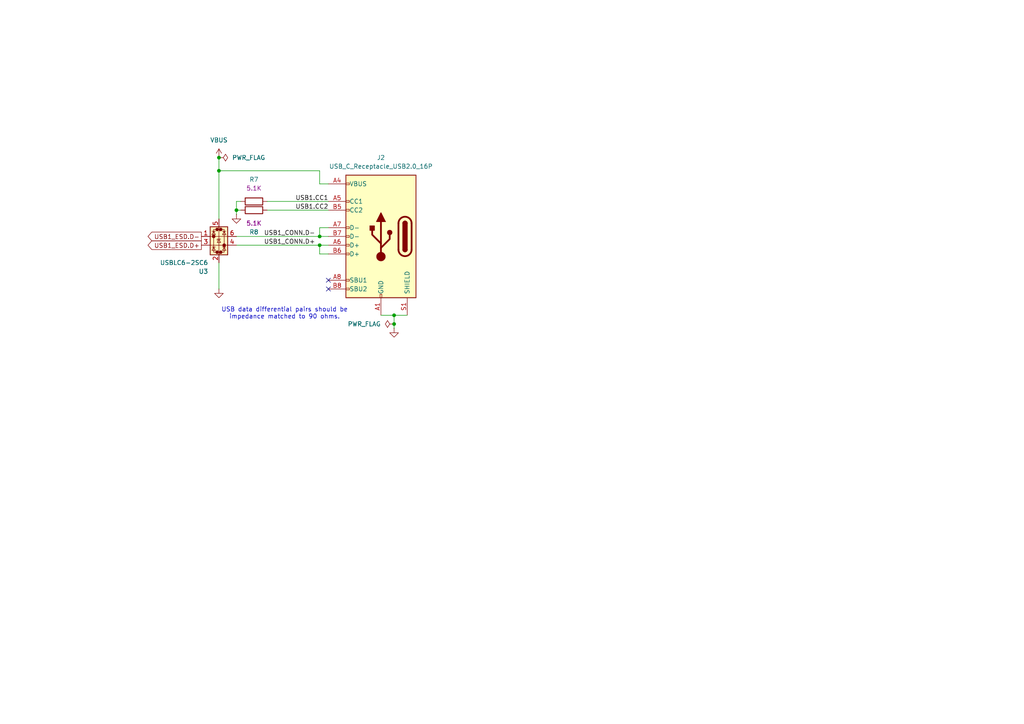
<source format=kicad_sch>
(kicad_sch (version 20250114) (generator "eeschema") (generator_version "9.0")
  (paper "A4")
  (lib_symbols
    (symbol "Lichen:5k1_0603" (pin_numbers (hide yes)) (pin_names (offset 0))
      (property "Reference" "R3" (at 3.81 -1.016 0))
      (property "Display" "5.1K" (at 3.81 1.016 0))
      (symbol "5k1_0603_0_1"
        (rectangle (start -1.016 -2.54) (end 1.016 2.54) (stroke (width 0.254)))
      )
      (symbol "5k1_0603_1_1"
        (pin passive line (at 0 3.81 270) (length 1.27) (name "~") (number "1"))
        (pin passive line (at 0 -3.81 90) (length 1.27) (name "~") (number "2"))
      )
    )
    (symbol "Lichen:USB_C_Receptacle_USB2.0_16P_HRO_TYPE-C-31-M-12" (pin_names (offset 1.016))
      (property "Reference" "J2" (at 0 22.86 0))
      (property "Value" "USB_C_Receptacle_USB2.0_16P_HRO_TYPE-C-31-M-12" (at 0 20.32 0))
      (symbol "USB_C_Receptacle_USB2.0_16P_HRO_TYPE-C-31-M-12_0_0"
        (rectangle (start -0.254 -17.78) (end 0.254 -16.764))
        (rectangle (start 10.16 15.494) (end 9.144 14.986))
        (rectangle (start 10.16 10.414) (end 9.144 9.906))
        (rectangle (start 10.16 7.874) (end 9.144 7.366))
        (rectangle (start 10.16 2.794) (end 9.144 2.286))
        (rectangle (start 10.16 0.254) (end 9.144 -0.254))
        (rectangle (start 10.16 -2.286) (end 9.144 -2.794))
        (rectangle (start 10.16 -4.826) (end 9.144 -5.334))
        (rectangle (start 10.16 -12.446) (end 9.144 -12.954))
        (rectangle (start 10.16 -14.986) (end 9.144 -15.494))
      )
      (symbol "USB_C_Receptacle_USB2.0_16P_HRO_TYPE-C-31-M-12_0_1"
        (rectangle (start -10.16 17.78) (end 10.16 -17.78) (stroke (width 0.254)) (fill (type background)))
        (polyline (pts (xy -8.89 -3.81) (xy -8.89 3.81)) (stroke (width 0.508)))
        (rectangle (start -7.62 -3.81) (end -6.35 3.81) (stroke (width 0.254)) (fill (type outline)))
        (arc (start -7.62 3.81) (mid -6.985 4.4423) (end -6.35 3.81) (stroke (width 0.254)))
        (arc (start -7.62 3.81) (mid -6.985 4.4423) (end -6.35 3.81) (stroke (width 0.254)) (fill (type outline)))
        (arc (start -8.89 3.81) (mid -6.985 5.7067) (end -5.08 3.81) (stroke (width 0.508)))
        (arc (start -5.08 -3.81) (mid -6.985 -5.7067) (end -8.89 -3.81) (stroke (width 0.508)))
        (arc (start -6.35 -3.81) (mid -6.985 -4.4423) (end -7.62 -3.81) (stroke (width 0.254)))
        (arc (start -6.35 -3.81) (mid -6.985 -4.4423) (end -7.62 -3.81) (stroke (width 0.254)) (fill (type outline)))
        (polyline (pts (xy -5.08 3.81) (xy -5.08 -3.81)) (stroke (width 0.508)))
        (circle (center -2.54 1.143) (radius 0.635) (stroke (width 0.254)) (fill (type outline)))
        (polyline (pts (xy -1.27 4.318) (xy 0 6.858) (xy 1.27 4.318) (xy -1.27 4.318)) (stroke (width 0.254)) (fill (type outline)))
        (polyline (pts (xy 0 -2.032) (xy 2.54 0.508) (xy 2.54 1.778)) (stroke (width 0.508)))
        (polyline (pts (xy 0 -3.302) (xy -2.54 -0.762) (xy -2.54 0.508)) (stroke (width 0.508)))
        (polyline (pts (xy 0 -5.842) (xy 0 4.318)) (stroke (width 0.508)))
        (circle (center 0 -5.842) (radius 1.27) (fill (type outline)))
        (rectangle (start 1.905 1.778) (end 3.175 3.048) (stroke (width 0.254)) (fill (type outline)))
      )
      (symbol "USB_C_Receptacle_USB2.0_16P_HRO_TYPE-C-31-M-12_1_1"
        (pin passive line (at -7.62 -22.86 90) (length 5.08) (name "SHIELD") (number "S1"))
        (pin passive line (at 0 -22.86 90) (length 5.08) (name "GND") (number "A1"))
        (pin passive line (at 0 -22.86 90) (length 5.08) (hide yes) (name "GND") (number "A12"))
        (pin passive line (at 0 -22.86 90) (length 5.08) (hide yes) (name "GND") (number "B1"))
        (pin passive line (at 0 -22.86 90) (length 5.08) (hide yes) (name "GND") (number "B12"))
        (pin passive line (at 15.24 15.24 180) (length 5.08) (name "VBUS") (number "A4"))
        (pin passive line (at 15.24 15.24 180) (length 5.08) (hide yes) (name "VBUS") (number "A9"))
        (pin passive line (at 15.24 15.24 180) (length 5.08) (hide yes) (name "VBUS") (number "B4"))
        (pin passive line (at 15.24 15.24 180) (length 5.08) (hide yes) (name "VBUS") (number "B9"))
        (pin bidirectional line (at 15.24 10.16 180) (length 5.08) (name "CC1") (number "A5"))
        (pin bidirectional line (at 15.24 7.62 180) (length 5.08) (name "CC2") (number "B5"))
        (pin bidirectional line (at 15.24 2.54 180) (length 5.08) (name "D-") (number "A7"))
        (pin bidirectional line (at 15.24 0 180) (length 5.08) (name "D-") (number "B7"))
        (pin bidirectional line (at 15.24 -2.54 180) (length 5.08) (name "D+") (number "A6"))
        (pin bidirectional line (at 15.24 -5.08 180) (length 5.08) (name "D+") (number "B6"))
        (pin bidirectional line (at 15.24 -12.7 180) (length 5.08) (name "SBU1") (number "A8"))
        (pin bidirectional line (at 15.24 -15.24 180) (length 5.08) (name "SBU2") (number "B8"))
      )
    )
    (symbol "Lichen:USB_ESD_Protection_USBLC6-2SC6" (pin_names (hide yes))
      (property "Reference" "U2" (at 1.6511 7.62 0))
      (property "Value" "USB_ESD_Protection_USBLC6-2SC6" (at 1.6511 5.08 0))
      (symbol "USB_ESD_Protection_USBLC6-2SC6_0_0"
        (circle (center -1.524 0) (radius 0.0001) (stroke (width 0.508)))
        (circle (center -0.508 2.032) (radius 0.0001) (stroke (width 0.508)))
        (circle (center -0.508 -4.572) (radius 0.0001) (stroke (width 0.508)))
        (circle (center 0.508 2.032) (radius 0.0001) (stroke (width 0.508)))
        (circle (center 0.508 -4.572) (radius 0.0001) (stroke (width 0.508)))
        (circle (center 1.524 -2.54) (radius 0.0001) (stroke (width 0.508)))
      )
      (symbol "USB_ESD_Protection_USBLC6-2SC6_0_1"
        (polyline (pts (xy -2.54 0) (xy 2.54 0)))
        (polyline (pts (xy -2.54 -2.54) (xy 2.54 -2.54)))
        (polyline (pts (xy -2.032 0.508) (xy -1.016 0.508) (xy -1.524 1.524) (xy -2.032 0.508)))
        (polyline (pts (xy -2.032 -3.048) (xy -1.016 -3.048)))
        (polyline (pts (xy -1.016 1.524) (xy -2.032 1.524)))
        (polyline (pts (xy -1.016 -4.064) (xy -2.032 -4.064) (xy -1.524 -3.048) (xy -1.016 -4.064)))
        (polyline (pts (xy -0.508 -1.143) (xy -0.508 -0.762) (xy 0.508 -0.762)))
        (polyline (pts (xy 0 2.54) (xy -0.508 2.032) (xy 0.508 2.032) (xy 0 1.524) (xy 0 -4.064) (xy -0.508 -4.572) (xy 0.508 -4.572) (xy 0 -5.08)))
        (polyline (pts (xy 0.508 -1.778) (xy -0.508 -1.778) (xy 0 -0.762) (xy 0.508 -1.778)))
        (polyline (pts (xy 1.016 1.524) (xy 2.032 1.524)))
        (polyline (pts (xy 1.016 -3.048) (xy 2.032 -3.048)))
        (polyline (pts (xy 2.032 0.508) (xy 1.016 0.508) (xy 1.524 1.524) (xy 2.032 0.508)))
        (polyline (pts (xy 2.032 -4.064) (xy 1.016 -4.064) (xy 1.524 -3.048) (xy 2.032 -4.064)))
      )
      (symbol "USB_ESD_Protection_USBLC6-2SC6_1_1"
        (rectangle (start -2.54 2.794) (end 2.54 -5.334) (stroke (width 0.254)) (fill (type background)))
        (polyline (pts (xy -0.508 2.032) (xy -1.524 2.032) (xy -1.524 -4.572) (xy -0.508 -4.572)))
        (polyline (pts (xy 0.508 -4.572) (xy 1.524 -4.572) (xy 1.524 2.032) (xy 0.508 2.032)))
        (pin passive line (at -5.08 0 0) (length 2.54) (name "I/O1") (number "1"))
        (pin passive line (at -5.08 -2.54 0) (length 2.54) (name "I/O2") (number "3"))
        (pin passive line (at 0 5.08 270) (length 2.54) (name "VBUS") (number "5"))
        (pin passive line (at 0 -7.62 90) (length 2.54) (name "GND") (number "2"))
        (pin passive line (at 5.08 0 180) (length 2.54) (name "I/O1") (number "6"))
        (pin passive line (at 5.08 -2.54 180) (length 2.54) (name "I/O2") (number "4"))
      )
    )
    (symbol "power:GND" (power) (pin_numbers (hide yes)) (pin_names (offset 0) (hide yes))
      (property "Value" "GND" (at 0 -3.81 0))
      (symbol "GND_0_1"
        (polyline (pts (xy 0 0) (xy 0 -1.27) (xy 1.27 -1.27) (xy 0 -2.54) (xy -1.27 -1.27) (xy 0 -1.27)))
      )
      (symbol "GND_1_1"
        (pin power_in line (at 0 0 270) (length 0) (name "~") (number "1"))
      )
    )
    (symbol "power:PWR_FLAG" (power) (pin_numbers (hide yes)) (pin_names (offset 0) (hide yes))
      (property "Value" "PWR_FLAG" (at 0 3.81 0))
      (symbol "PWR_FLAG_0_0"
        (pin power_out line (at 0 0 90) (length 0) (name "~") (number "1"))
      )
      (symbol "PWR_FLAG_0_1"
        (polyline (pts (xy 0 0) (xy 0 1.27) (xy -1.016 1.905) (xy 0 2.54) (xy 1.016 1.905) (xy 0 1.27)))
      )
    )
    (symbol "power:VBUS" (power) (pin_numbers (hide yes)) (pin_names (offset 0) (hide yes))
      (property "Value" "VBUS" (at 0 3.556 0))
      (symbol "VBUS_0_1"
        (polyline (pts (xy -0.762 1.27) (xy 0 2.54)))
        (polyline (pts (xy 0 2.54) (xy 0.762 1.27)))
        (polyline (pts (xy 0 0) (xy 0 2.54)))
      )
      (symbol "VBUS_1_1"
        (pin power_in line (at 0 0 90) (length 0) (name "~") (number "1"))
      )
    )
  )
  (text "USB data differential pairs should be\nimpedance matched to 90 ohms." (at 82.55 90.932 0) (effects (font (size 1.27 1.27))))
  (junction (at 92.71 68.58))
  (junction (at 92.71 71.12))
  (junction (at 114.3 91.44))
  (junction (at 114.3 93.98))
  (junction (at 63.5 45.72))
  (junction (at 68.58 60.96))
  (junction (at 63.5 49.53))
  (no_connect (at 95.25 81.28))
  (no_connect (at 95.25 83.82))
  (wire (pts (xy 68.58 58.42) (xy 68.58 60.96)))
  (wire (pts (xy 95.25 66.04) (xy 92.71 66.04)))
  (wire (pts (xy 68.58 60.96) (xy 68.58 62.23)))
  (wire (pts (xy 110.49 91.44) (xy 114.3 91.44)))
  (wire (pts (xy 92.71 71.12) (xy 68.58 71.12)))
  (wire (pts (xy 68.58 58.42) (xy 69.85 58.42)))
  (wire (pts (xy 95.25 58.42) (xy 77.47 58.42)))
  (wire (pts (xy 92.71 53.34) (xy 95.25 53.34)))
  (wire (pts (xy 95.25 68.58) (xy 92.71 68.58)))
  (wire (pts (xy 95.25 71.12) (xy 92.71 71.12)))
  (wire (pts (xy 92.71 49.53) (xy 63.5 49.53)))
  (wire (pts (xy 63.5 83.82) (xy 63.5 76.2)))
  (wire (pts (xy 95.25 60.96) (xy 77.47 60.96)))
  (wire (pts (xy 92.71 68.58) (xy 68.58 68.58)))
  (wire (pts (xy 63.5 49.53) (xy 63.5 63.5)))
  (wire (pts (xy 92.71 73.66) (xy 95.25 73.66)))
  (wire (pts (xy 114.3 93.98) (xy 114.3 95.25)))
  (wire (pts (xy 92.71 66.04) (xy 92.71 68.58)))
  (wire (pts (xy 92.71 49.53) (xy 92.71 53.34)))
  (wire (pts (xy 114.3 91.44) (xy 114.3 93.98)))
  (wire (pts (xy 92.71 71.12) (xy 92.71 73.66)))
  (wire (pts (xy 68.58 60.96) (xy 69.85 60.96)))
  (wire (pts (xy 114.3 91.44) (xy 118.11 91.44)))
  (wire (pts (xy 63.5 45.72) (xy 63.5 49.53)))
  (label "USB1.CC1" (at 95.25 58.42 180))
  (label "USB1_CONN.D-" (at 91.44 68.58 180))
  (label "USB1_CONN.D+" (at 91.44 71.12 180))
  (label "USB1.CC2" (at 95.25 60.96 180))
  (global_label "USB1_ESD.D+" (shape output) (at 58.42 71.12 180) (property "Intersheetrefs" "${INTERSHEET_REFS}" (effects (hide yes))))
  (global_label "USB1_ESD.D-" (shape output) (at 58.42 68.58 180) (property "Intersheetrefs" "${INTERSHEET_REFS}" (effects (hide yes))))
  (symbol (lib_id "power:PWR_FLAG") (at 114.3 93.98 90) (unit 1)
    (property "Reference" "#FLG03" (effects (hide yes)))
    (property "Value" "PWR_FLAG" (at 110.49 93.9799 90) (effects (justify left)))
    (property "Description" "Special symbol for telling ERC where power comes from" (effects (hide yes)))
  )
  (symbol (lib_id "power:GND") (at 68.58 62.23 0) (mirror y) (unit 1)
    (property "Reference" "#PWR024" (effects (hide yes)))
    (property "Value" "GND" (effects (hide yes)))
    (property "Description" "Power symbol creates a global label with name \"GND\" , ground" (effects (hide yes)))
  )
  (symbol (lib_id "power:GND") (at 114.3 95.25 0) (mirror y) (unit 1)
    (property "Reference" "#PWR026" (effects (hide yes)))
    (property "Value" "GND" (effects (hide yes)))
    (property "Description" "Power symbol creates a global label with name \"GND\" , ground" (effects (hide yes)))
  )
  (symbol (lib_id "power:PWR_FLAG") (at 63.5 45.72 270) (unit 1)
    (property "Reference" "#FLG02" (effects (hide yes)))
    (property "Value" "PWR_FLAG" (at 67.31 45.7199 90) (effects (justify left)))
    (property "Description" "Special symbol for telling ERC where power comes from" (effects (hide yes)))
  )
  (symbol (lib_id "power:VBUS") (at 63.5 45.72 0) (mirror y) (unit 1)
    (property "Reference" "#PWR020" (effects (hide yes)))
    (property "Value" "VBUS" (at 63.5 40.64 0))
    (property "Description" "Power symbol creates a global label with name \"VBUS\"" (effects (hide yes)))
  )
  (symbol (lib_id "Lichen:5k1_0603") (at 73.66 60.96 270) (unit 1)
    (property "Reference" "R8" (at 73.66 67.31 90))
    (property "Value" "5k1_0603" (effects (hide yes)))
    (property "Footprint" "Lichen:R_0603" (effects (hide yes)))
    (property "Datasheet" "https://www.lcsc.com/datasheet/C23186.pdf" (effects (hide yes)))
    (property "Description" "5.1K, 1%, 1/10W, 0603" (effects (hide yes)))
    (property "Manufacturer" "UNI-ROYAL" (effects (hide yes)))
    (property "Part Number" "0603WAF5101T5E" (effects (hide yes)))
    (property "Display" "5.1K" (at 73.66 64.77 90))
    (property "LCSC" "C23186" (effects (hide yes)))
  )
  (symbol (lib_id "Lichen:USB_C_Receptacle_USB2.0_16P_HRO_TYPE-C-31-M-12") (at 110.49 68.58 0) (mirror y) (unit 1)
    (property "Reference" "J2" (at 110.49 45.72 0))
    (property "Value" "USB_C_Receptacle_USB2.0_16P" (at 110.49 48.26 0))
    (property "Footprint" "Lichen:USB_C_Receptacle_HRO_TYPE-C-31-M-12_Overhanging" (effects (hide yes)))
    (property "Datasheet" "https://jlcpcb.com/api/file/downloadByFileSystemAccessId/8550723676069908480" (effects (hide yes)))
    (property "Description" "10,000 cycles 16P 20V 5A 7.35mm Female Surface Mount, Right Angle Type-C SMD" (effects (hide yes)))
    (property "Manufacturer" "Korean Hroparts Elec" (effects (hide yes)))
    (property "Part Number" "TYPE-C-31-M-12" (effects (hide yes)))
    (property "LCSC" "C165948" (effects (hide yes)))
  )
  (symbol (lib_id "Lichen:5k1_0603") (at 73.66 58.42 270) (mirror x) (unit 1)
    (property "Reference" "R7" (at 73.66 52.07 90))
    (property "Value" "5k1_0603" (effects (hide yes)))
    (property "Footprint" "Lichen:R_0603" (effects (hide yes)))
    (property "Datasheet" "https://www.lcsc.com/datasheet/C23186.pdf" (effects (hide yes)))
    (property "Description" "5.1K, 1%, 1/10W, 0603" (effects (hide yes)))
    (property "Manufacturer" "UNI-ROYAL" (effects (hide yes)))
    (property "Part Number" "0603WAF5101T5E" (effects (hide yes)))
    (property "Display" "5.1K" (at 73.66 54.61 90))
    (property "LCSC" "C23186" (effects (hide yes)))
  )
  (symbol (lib_id "Lichen:USB_ESD_Protection_USBLC6-2SC6") (at 63.5 68.58 0) (unit 1)
    (property "Reference" "U3" (at 60.3819 78.74 0) (effects (justify right)))
    (property "Value" "USBLC6-2SC6" (at 60.3819 76.2 0) (effects (justify right)))
    (property "Footprint" "Package_TO_SOT_SMD:SOT-23-6" (effects (hide yes)))
    (property "Datasheet" "https://www.st.com/resource/en/datasheet/usblc6-2.pdf" (effects (hide yes)))
    (property "Description" "Very low capacitance ESD protection diode, 2 data-line, SOT-23-6" (effects (hide yes)))
    (property "Manufacturer" "STMicroelectronics" (effects (hide yes)))
    (property "Part Number" "USBLC6-2SC6" (effects (hide yes)))
    (property "LCSC" "C7519" (effects (hide yes)))
  )
  (symbol (lib_id "power:GND") (at 63.5 83.82 0) (mirror y) (unit 1)
    (property "Reference" "#PWR021" (effects (hide yes)))
    (property "Value" "GND" (effects (hide yes)))
    (property "Description" "Power symbol creates a global label with name \"GND\" , ground" (effects (hide yes)))
  )
)
</source>
